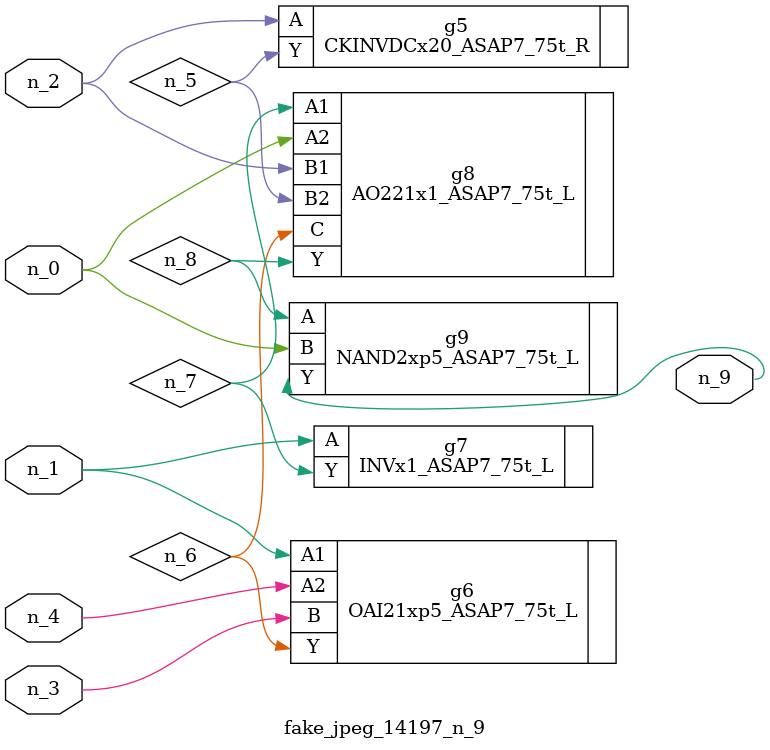
<source format=v>
module fake_jpeg_14197_n_9 (n_3, n_2, n_1, n_0, n_4, n_9);

input n_3;
input n_2;
input n_1;
input n_0;
input n_4;

output n_9;

wire n_8;
wire n_6;
wire n_5;
wire n_7;

CKINVDCx20_ASAP7_75t_R g5 ( 
.A(n_2),
.Y(n_5)
);

OAI21xp5_ASAP7_75t_L g6 ( 
.A1(n_1),
.A2(n_4),
.B(n_3),
.Y(n_6)
);

INVx1_ASAP7_75t_L g7 ( 
.A(n_1),
.Y(n_7)
);

AO221x1_ASAP7_75t_L g8 ( 
.A1(n_7),
.A2(n_0),
.B1(n_2),
.B2(n_5),
.C(n_6),
.Y(n_8)
);

NAND2xp5_ASAP7_75t_L g9 ( 
.A(n_8),
.B(n_0),
.Y(n_9)
);


endmodule
</source>
